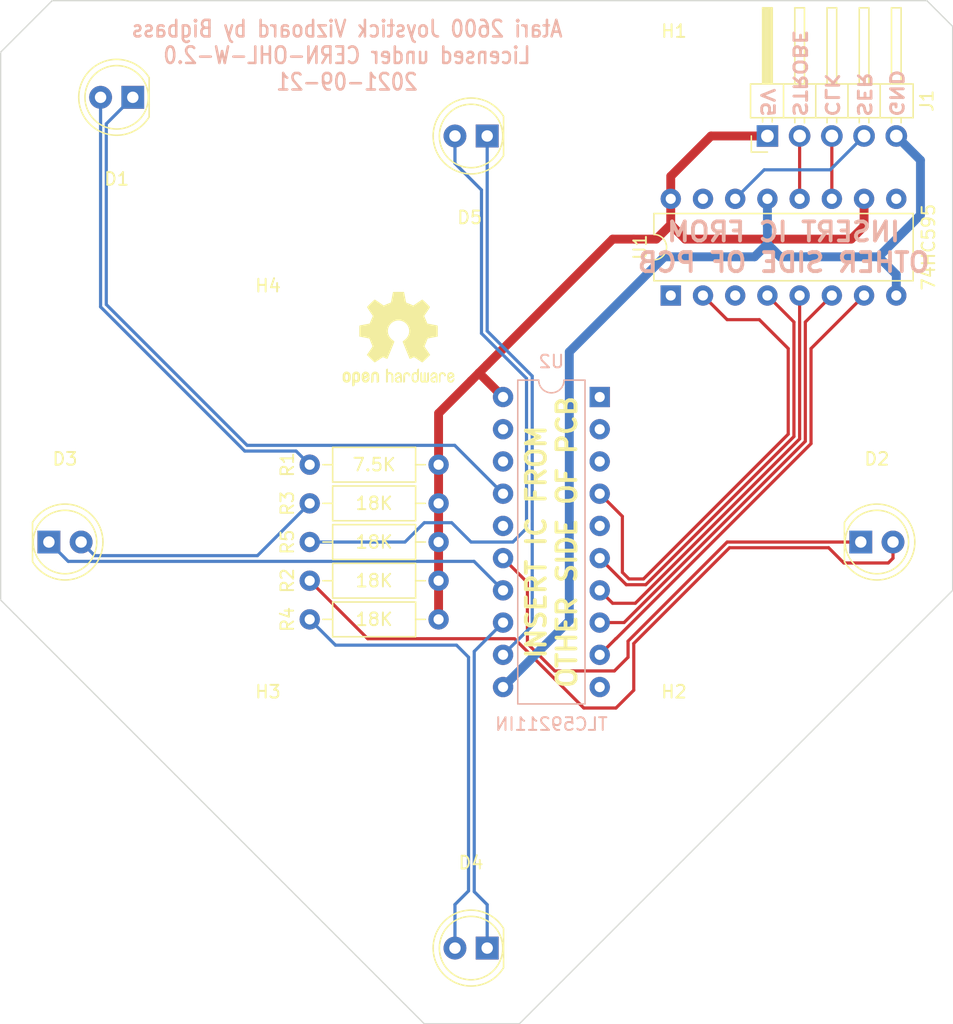
<source format=kicad_pcb>
(kicad_pcb (version 20210824) (generator pcbnew)
  (layers (0 "F.Cu" signal) (31 "B.Cu" signal) (34 "B.Paste" user) (35 "F.Paste" user) (36 "B.SilkS" user "B.Silkscreen") (37 "F.SilkS" user "F.Silkscreen") (38 "B.Mask" user) (39 "F.Mask" user) (44 "Edge.Cuts" user))
  (net 0 "")
  (net 1 "/BUTTON")
  (net 2 "Net-(D1-Pad2)")
  (net 3 "/RIGHT")
  (net 4 "Net-(D2-Pad2)")
  (net 5 "/LEFT")
  (net 6 "Net-(D3-Pad2)")
  (net 7 "/DOWN")
  (net 8 "Net-(D4-Pad2)")
  (net 9 "/UP")
  (net 10 "Net-(D5-Pad2)")
  (net 11 "/5V")
  (net 12 "/STROBE")
  (net 13 "/CLK")
  (net 14 "/SER")
  (net 15 "/GND")
  (net 18 "Net-(U1-Pad2)")
  (net 20 "Net-(U1-Pad4)")
  (net 21 "Net-(U1-Pad5)")
  (net 22 "Net-(U1-Pad6)")
  (net 23 "Net-(U1-Pad7)")
  (footprint "LED_THT:LED_D5.0mm" (layer "F.Cu") (at 223.769 101.727)
    (fp_text reference "D2" (at 1.27 -6.551429) (layer "F.SilkS"))
    (fp_text value "LED_Blue")
    (pad "1" thru_hole rect locked (at 0 0) (size 1.8 1.8) (drill 0.9) (layers *.Cu *.Mask) (net 3 "/RIGHT"))
    (pad "2" thru_hole circle locked (at 2.54 0) (size 1.8 1.8) (drill 0.9) (layers *.Cu *.Mask) (net 4 "Net-(D2-Pad2)"))
  )
  (footprint "Connector_PinHeader_2.54mm:PinHeader_1x05_P2.54mm_Horizontal" (layer "F.Cu") (at 216.408 69.723 90)
    (fp_text reference "J1" (at 2.77 12.568 270) (layer "F.SilkS"))
    (fp_text value "MCU_VIZ")
    (pad "1" thru_hole rect locked (at 0 0 90) (size 1.7 1.7) (drill 1) (layers *.Cu *.Mask) (net 11 "/5V"))
    (pad "2" thru_hole oval locked (at 0 2.54 90) (size 1.7 1.7) (drill 1) (layers *.Cu *.Mask) (net 12 "/STROBE"))
    (pad "3" thru_hole oval locked (at 0 5.08 90) (size 1.7 1.7) (drill 1) (layers *.Cu *.Mask) (net 13 "/CLK"))
    (pad "4" thru_hole oval locked (at 0 7.62 90) (size 1.7 1.7) (drill 1) (layers *.Cu *.Mask) (net 14 "/SER"))
    (pad "5" thru_hole oval locked (at 0 10.16 90) (size 1.7 1.7) (drill 1) (layers *.Cu *.Mask) (net 15 "/GND"))
  )
  (footprint "Package_DIP:DIP-16_W7.62mm" (layer "F.Cu") (at 208.788 82.296 90)
    (fp_text reference "U1" (at 3.81 -2.413 90) (layer "F.SilkS"))
    (fp_text value "74HC595" (at 3.81 20.32 90) (layer "F.SilkS"))
    (pad "1" thru_hole rect locked (at 0 0 90) (size 1.6 1.6) (drill 0.8) (layers *.Cu *.Mask))
    (pad "2" thru_hole oval locked (at 0 2.54 90) (size 1.6 1.6) (drill 0.8) (layers *.Cu *.Mask) (net 18 "Net-(U1-Pad2)"))
    (pad "3" thru_hole oval locked (at 0 5.08 90) (size 1.6 1.6) (drill 0.8) (layers *.Cu *.Mask))
    (pad "4" thru_hole oval locked (at 0 7.62 90) (size 1.6 1.6) (drill 0.8) (layers *.Cu *.Mask) (net 20 "Net-(U1-Pad4)"))
    (pad "5" thru_hole oval locked (at 0 10.16 90) (size 1.6 1.6) (drill 0.8) (layers *.Cu *.Mask) (net 21 "Net-(U1-Pad5)"))
    (pad "6" thru_hole oval locked (at 0 12.7 90) (size 1.6 1.6) (drill 0.8) (layers *.Cu *.Mask) (net 22 "Net-(U1-Pad6)"))
    (pad "7" thru_hole oval locked (at 0 15.24 90) (size 1.6 1.6) (drill 0.8) (layers *.Cu *.Mask) (net 23 "Net-(U1-Pad7)"))
    (pad "8" thru_hole oval locked (at 0 17.78 90) (size 1.6 1.6) (drill 0.8) (layers *.Cu *.Mask) (net 15 "/GND"))
    (pad "9" thru_hole oval locked (at 7.62 17.78 90) (size 1.6 1.6) (drill 0.8) (layers *.Cu *.Mask))
    (pad "10" thru_hole oval locked (at 7.62 15.24 90) (size 1.6 1.6) (drill 0.8) (layers *.Cu *.Mask) (net 11 "/5V"))
    (pad "11" thru_hole oval locked (at 7.62 12.7 90) (size 1.6 1.6) (drill 0.8) (layers *.Cu *.Mask) (net 13 "/CLK"))
    (pad "12" thru_hole oval locked (at 7.62 10.16 90) (size 1.6 1.6) (drill 0.8) (layers *.Cu *.Mask) (net 12 "/STROBE"))
    (pad "13" thru_hole oval locked (at 7.62 7.62 90) (size 1.6 1.6) (drill 0.8) (layers *.Cu *.Mask) (net 15 "/GND"))
    (pad "14" thru_hole oval locked (at 7.62 5.08 90) (size 1.6 1.6) (drill 0.8) (layers *.Cu *.Mask) (net 14 "/SER"))
    (pad "15" thru_hole oval locked (at 7.62 2.54 90) (size 1.6 1.6) (drill 0.8) (layers *.Cu *.Mask))
    (pad "16" thru_hole oval locked (at 7.62 0 90) (size 1.6 1.6) (drill 0.8) (layers *.Cu *.Mask) (net 11 "/5V"))
  )
  (footprint "MountingHole:MountingHole_3.2mm_M3" (layer "F.Cu") (at 177.038 117.729)
    (fp_text reference "H3" (at 0 -4.2) (layer "F.SilkS"))
    (fp_text value "MountingHole")
    (pad "" np_thru_hole circle locked (at 0 0) (size 3.2 3.2) (drill 3.2) (layers *.Cu *.Mask))
  )
  (footprint "Resistor_THT:R_Axial_DIN0207_L6.3mm_D2.5mm_P10.16mm_Horizontal" (layer "F.Cu") (at 180.322684 95.631)
    (fp_text reference "R1" (at -1.760684 0 90) (layer "F.SilkS"))
    (fp_text value "7.5K" (at 5.08 0) (layer "F.SilkS"))
    (pad "1" thru_hole circle locked (at 0 0) (size 1.6 1.6) (drill 0.8) (layers *.Cu *.Mask) (net 2 "Net-(D1-Pad2)"))
    (pad "2" thru_hole oval locked (at 10.16 0) (size 1.6 1.6) (drill 0.8) (layers *.Cu *.Mask) (net 11 "/5V"))
  )
  (footprint "LED_THT:LED_D5.0mm" (layer "F.Cu") (at 166.375 66.675 180)
    (fp_text reference "D1" (at 1.275 -6.437374) (layer "F.SilkS"))
    (fp_text value "LED_Red")
    (pad "1" thru_hole rect locked (at 0 0 180) (size 1.8 1.8) (drill 0.9) (layers *.Cu *.Mask) (net 1 "/BUTTON"))
    (pad "2" thru_hole circle locked (at 2.54 0 180) (size 1.8 1.8) (drill 0.9) (layers *.Cu *.Mask) (net 2 "Net-(D1-Pad2)"))
  )
  (footprint "Symbol:OSHW-Logo2_9.8x8mm_SilkScreen" (layer "F.Cu") (at 187.325 85.725)
    (fp_text reference "REF**" hide)
    (fp_text value "OSHW-Logo2_9.8x8mm_SilkScreen" hide)
  )
  (footprint "LED_THT:LED_D5.0mm" (layer "F.Cu") (at 194.315 133.731 180)
    (fp_text reference "D4" (at 1.275 6.731) (layer "F.SilkS"))
    (fp_text value "LED_Blue")
    (pad "1" thru_hole rect locked (at 0 0 180) (size 1.8 1.8) (drill 0.9) (layers *.Cu *.Mask) (net 7 "/DOWN"))
    (pad "2" thru_hole circle locked (at 2.54 0 180) (size 1.8 1.8) (drill 0.9) (layers *.Cu *.Mask) (net 8 "Net-(D4-Pad2)"))
  )
  (footprint "Resistor_THT:R_Axial_DIN0207_L6.3mm_D2.5mm_P10.16mm_Horizontal" (layer "F.Cu") (at 180.322684 107.823)
    (fp_text reference "R4" (at -1.760684 0 90) (layer "F.SilkS"))
    (fp_text value "18K" (at 5.08 0) (layer "F.SilkS"))
    (pad "1" thru_hole circle locked (at 0 0) (size 1.6 1.6) (drill 0.8) (layers *.Cu *.Mask) (net 8 "Net-(D4-Pad2)"))
    (pad "2" thru_hole oval locked (at 10.16 0) (size 1.6 1.6) (drill 0.8) (layers *.Cu *.Mask) (net 11 "/5V"))
  )
  (footprint "MountingHole:MountingHole_3.2mm_M3" (layer "F.Cu") (at 209.042 117.729)
    (fp_text reference "H2" (at 0 -4.2) (layer "F.SilkS"))
    (fp_text value "MountingHole")
    (pad "" np_thru_hole circle locked (at 0 0) (size 3.2 3.2) (drill 3.2) (layers *.Cu *.Mask))
  )
  (footprint "Resistor_THT:R_Axial_DIN0207_L6.3mm_D2.5mm_P10.16mm_Horizontal" (layer "F.Cu") (at 180.322684 104.775)
    (fp_text reference "R2" (at -1.760684 0 90) (layer "F.SilkS"))
    (fp_text value "18K" (at 5.08 0) (layer "F.SilkS"))
    (pad "1" thru_hole circle locked (at 0 0) (size 1.6 1.6) (drill 0.8) (layers *.Cu *.Mask) (net 4 "Net-(D2-Pad2)"))
    (pad "2" thru_hole oval locked (at 10.16 0) (size 1.6 1.6) (drill 0.8) (layers *.Cu *.Mask) (net 11 "/5V"))
  )
  (footprint "Resistor_THT:R_Axial_DIN0207_L6.3mm_D2.5mm_P10.16mm_Horizontal" (layer "F.Cu") (at 180.322684 98.679)
    (fp_text reference "R3" (at -1.760684 0 90) (layer "F.SilkS"))
    (fp_text value "18K" (at 5.08 0) (layer "F.SilkS"))
    (pad "1" thru_hole circle locked (at 0 0) (size 1.6 1.6) (drill 0.8) (layers *.Cu *.Mask) (net 6 "Net-(D3-Pad2)"))
    (pad "2" thru_hole oval locked (at 10.16 0) (size 1.6 1.6) (drill 0.8) (layers *.Cu *.Mask) (net 11 "/5V"))
  )
  (footprint "Resistor_THT:R_Axial_DIN0207_L6.3mm_D2.5mm_P10.16mm_Horizontal" (layer "F.Cu") (at 180.322684 101.727)
    (fp_text reference "R5" (at -1.760684 0 90) (layer "F.SilkS"))
    (fp_text value "18K" (at 5.08 0) (layer "F.SilkS"))
    (pad "1" thru_hole circle locked (at 0 0) (size 1.6 1.6) (drill 0.8) (layers *.Cu *.Mask) (net 10 "Net-(D5-Pad2)"))
    (pad "2" thru_hole oval locked (at 10.16 0) (size 1.6 1.6) (drill 0.8) (layers *.Cu *.Mask) (net 11 "/5V"))
  )
  (footprint "LED_THT:LED_D5.0mm" (layer "F.Cu") (at 194.315 69.723 180)
    (fp_text reference "D5" (at 1.374693 -6.425593) (layer "F.SilkS"))
    (fp_text value "LED_Blue")
    (pad "1" thru_hole rect locked (at 0 0 180) (size 1.8 1.8) (drill 0.9) (layers *.Cu *.Mask) (net 9 "/UP"))
    (pad "2" thru_hole circle locked (at 2.54 0 180) (size 1.8 1.8) (drill 0.9) (layers *.Cu *.Mask) (net 10 "Net-(D5-Pad2)"))
  )
  (footprint "MountingHole:MountingHole_3.2mm_M3" (layer "F.Cu") (at 209.042 65.659)
    (fp_text reference "H1" (at 0 -4.2) (layer "F.SilkS"))
    (fp_text value "MountingHole")
    (pad "" np_thru_hole circle locked (at 0 0) (size 3.2 3.2) (drill 3.2) (layers *.Cu *.Mask))
  )
  (footprint "LED_THT:LED_D5.0mm" (layer "F.Cu") (at 159.761 101.727)
    (fp_text reference "D3" (at 1.27 -6.551429) (layer "F.SilkS"))
    (fp_text value "LED_Blue")
    (pad "1" thru_hole rect locked (at 0 0) (size 1.8 1.8) (drill 0.9) (layers *.Cu *.Mask) (net 5 "/LEFT"))
    (pad "2" thru_hole circle locked (at 2.54 0) (size 1.8 1.8) (drill 0.9) (layers *.Cu *.Mask) (net 6 "Net-(D3-Pad2)"))
  )
  (footprint "MountingHole:MountingHole_3.2mm_M3" (layer "F.Cu") (at 177.038 85.725)
    (fp_text reference "H4" (at 0 -4.2) (layer "F.SilkS"))
    (fp_text value "MountingHole")
    (pad "" np_thru_hole circle locked (at 0 0) (size 3.2 3.2) (drill 3.2) (layers *.Cu *.Mask))
  )
  (footprint "Package_DIP:DIP-20_W7.62mm" (layer "B.Cu") (at 203.186804 90.297 180)
    (fp_text reference "U2" (at 3.81 2.794) (layer "B.SilkS") (effects (justify mirror)))
    (fp_text value "TLC59211IN" (at 3.81 -25.781) (layer "B.SilkS") (effects (justify mirror)))
    (pad "1" thru_hole rect locked (at 0 0 180) (size 1.6 1.6) (drill 0.8) (layers *.Cu *.Mask))
    (pad "2" thru_hole oval locked (at 0 -2.54 180) (size 1.6 1.6) (drill 0.8) (layers *.Cu *.Mask))
    (pad "3" thru_hole oval locked (at 0 -5.08 180) (size 1.6 1.6) (drill 0.8) (layers *.Cu *.Mask))
    (pad "4" thru_hole oval locked (at 0 -7.62 180) (size 1.6 1.6) (drill 0.8) (layers *.Cu *.Mask) (net 18 "Net-(U1-Pad2)"))
    (pad "5" thru_hole oval locked (at 0 -10.16 180) (size 1.6 1.6) (drill 0.8) (layers *.Cu *.Mask))
    (pad "6" thru_hole oval locked (at 0 -12.7 180) (size 1.6 1.6) (drill 0.8) (layers *.Cu *.Mask) (net 20 "Net-(U1-Pad4)"))
    (pad "7" thru_hole oval locked (at 0 -15.24 180) (size 1.6 1.6) (drill 0.8) (layers *.Cu *.Mask) (net 21 "Net-(U1-Pad5)"))
    (pad "8" thru_hole oval locked (at 0 -17.78 180) (size 1.6 1.6) (drill 0.8) (layers *.Cu *.Mask) (net 22 "Net-(U1-Pad6)"))
    (pad "9" thru_hole oval locked (at 0 -20.32 180) (size 1.6 1.6) (drill 0.8) (layers *.Cu *.Mask) (net 23 "Net-(U1-Pad7)"))
    (pad "10" thru_hole oval locked (at 0 -22.86 180) (size 1.6 1.6) (drill 0.8) (layers *.Cu *.Mask))
    (pad "11" thru_hole oval locked (at 7.62 -22.86 180) (size 1.6 1.6) (drill 0.8) (layers *.Cu *.Mask) (net 15 "/GND"))
    (pad "12" thru_hole oval locked (at 7.62 -20.32 180) (size 1.6 1.6) (drill 0.8) (layers *.Cu *.Mask) (net 9 "/UP"))
    (pad "13" thru_hole oval locked (at 7.62 -17.78 180) (size 1.6 1.6) (drill 0.8) (layers *.Cu *.Mask) (net 7 "/DOWN"))
    (pad "14" thru_hole oval locked (at 7.62 -15.24 180) (size 1.6 1.6) (drill 0.8) (layers *.Cu *.Mask) (net 5 "/LEFT"))
    (pad "15" thru_hole oval locked (at 7.62 -12.7 180) (size 1.6 1.6) (drill 0.8) (layers *.Cu *.Mask) (net 3 "/RIGHT"))
    (pad "16" thru_hole oval locked (at 7.62 -10.16 180) (size 1.6 1.6) (drill 0.8) (layers *.Cu *.Mask))
    (pad "17" thru_hole oval locked (at 7.62 -7.62 180) (size 1.6 1.6) (drill 0.8) (layers *.Cu *.Mask) (net 1 "/BUTTON"))
    (pad "18" thru_hole oval locked (at 7.62 -5.08 180) (size 1.6 1.6) (drill 0.8) (layers *.Cu *.Mask))
    (pad "19" thru_hole oval locked (at 7.62 -2.54 180) (size 1.6 1.6) (drill 0.8) (layers *.Cu *.Mask))
    (pad "20" thru_hole oval locked (at 7.62 0 180) (size 1.6 1.6) (drill 0.8) (layers *.Cu *.Mask) (net 11 "/5V"))
  )
  (gr_line (start 196.85 139.7) (end 231.013 105.537) (layer "Edge.Cuts") (width 0.1))
  (gr_line (start 189.357 139.7) (end 155.956 106.299) (layer "Edge.Cuts") (width 0.1))
  (gr_line (start 160.02 59.055) (end 155.956 63.119) (layer "Edge.Cuts") (width 0.1))
  (gr_line (start 155.956 63.119) (end 155.956 106.299) (layer "Edge.Cuts") (width 0.1))
  (gr_line (start 231.013 105.537) (end 231.013 61.087) (layer "Edge.Cuts") (width 0.1))
  (gr_line (start 231.013 61.087) (end 228.981 59.055) (layer "Edge.Cuts") (width 0.1))
  (gr_line (start 189.357 139.7) (end 196.85 139.7) (layer "Edge.Cuts") (width 0.1))
  (gr_line (start 228.981 59.055) (end 160.02 59.055) (layer "Edge.Cuts") (width 0.1))
  (gr_text "CLK" (at 221.488 68.326 -90) (layer "B.SilkS") (effects (font (size 1 1.2) (thickness 0.225)) (justify left mirror)))
  (gr_text "STROBE" (at 218.948 68.326 -90) (layer "B.SilkS") (effects (font (size 1 1.2) (thickness 0.225)) (justify left mirror)))
  (gr_text "5V" (at 216.408 68.326 270) (layer "B.SilkS") (effects (font (size 1 1.2) (thickness 0.225)) (justify left mirror)))
  (gr_text "INSERT IC FROM\nOTHER SIDE OF PCB" (at 217.678 78.486) (layer "B.SilkS") (effects (font (size 1.5 1.5) (thickness 0.3)) (justify mirror)))
  (gr_text "GND" (at 226.568 68.326 -90) (layer "B.SilkS") (effects (font (size 1 1.2) (thickness 0.225)) (justify left mirror)))
  (gr_text "SER" (at 224.028 68.326 -90) (layer "B.SilkS") (effects (font (size 1 1.2) (thickness 0.225)) (justify left mirror)))
  (gr_text "Atari 2600 Joystick Vizboard by Bigbass\nLicensed under CERN-OHL-W-2.0\n2021-09-21" (at 183.261 63.373) (layer "B.SilkS") (effects (font (size 1.3 1.1) (thickness 0.2)) (justify mirror)))
  (gr_text "INSERT IC FROM\nOTHER SIDE OF PCB" (at 199.39 101.727 90) (layer "F.SilkS") (effects (font (size 1.5 1.5) (thickness 0.3))))
  (segment (start 175.387718 94.107) (end 164.28452 83.003802) (width 0.25) (layer "B.Cu") (net 1))
  (segment (start 195.566804 97.917) (end 191.756804 94.107) (width 0.25) (layer "B.Cu") (net 1))
  (segment (start 164.28452 83.003802) (end 164.28452 68.76548) (width 0.25) (layer "B.Cu") (net 1))
  (segment (start 191.756804 94.107) (end 175.387718 94.107) (width 0.25) (layer "B.Cu") (net 1))
  (segment (start 164.28452 68.76548) (end 166.375 66.675) (width 0.25) (layer "B.Cu") (net 1))
  (segment (start 163.835 83.19) (end 175.20152 94.55652) (width 0.25) (layer "B.Cu") (net 2))
  (segment (start 175.20152 94.55652) (end 179.248204 94.55652) (width 0.25) (layer "B.Cu") (net 2))
  (segment (start 163.835 66.675) (end 163.835 83.19) (width 0.25) (layer "B.Cu") (net 2))
  (segment (start 179.248204 94.55652) (end 180.322684 95.631) (width 0.25) (layer "B.Cu") (net 2))
  (segment (start 213.232283 101.727) (end 223.769 101.727) (width 0.25) (layer "F.Cu") (net 3))
  (segment (start 195.566804 102.997) (end 197.485 104.915196) (width 0.25) (layer "F.Cu") (net 3))
  (segment (start 204.343 111.887) (end 205.421281 110.808719) (width 0.25) (layer "F.Cu") (net 3))
  (segment (start 197.485 109.727282) (end 199.644718 111.887) (width 0.25) (layer "F.Cu") (net 3))
  (segment (start 205.421281 110.808719) (end 205.421281 109.538001) (width 0.25) (layer "F.Cu") (net 3))
  (segment (start 205.421281 109.538001) (end 213.232283 101.727) (width 0.25) (layer "F.Cu") (net 3))
  (segment (start 199.644718 111.887) (end 204.343 111.887) (width 0.25) (layer "F.Cu") (net 3))
  (segment (start 197.485 104.915196) (end 197.485 109.727282) (width 0.25) (layer "F.Cu") (net 3))
  (segment (start 204.47 114.808) (end 205.870801 113.407199) (width 0.25) (layer "F.Cu") (net 4))
  (segment (start 184.894684 109.347) (end 196.469 109.347) (width 0.25) (layer "F.Cu") (net 4))
  (segment (start 205.870801 113.407199) (end 205.870801 109.724199) (width 0.25) (layer "F.Cu") (net 4))
  (segment (start 225.933 103.378) (end 226.309 103.002) (width 0.25) (layer "F.Cu") (net 4))
  (segment (start 226.309 103.002) (end 226.309 101.727) (width 0.25) (layer "F.Cu") (net 4))
  (segment (start 205.870801 109.724199) (end 213.41848 102.17652) (width 0.25) (layer "F.Cu") (net 4))
  (segment (start 221.234 102.17652) (end 222.43548 103.378) (width 0.25) (layer "F.Cu") (net 4))
  (segment (start 213.41848 102.17652) (end 221.234 102.17652) (width 0.25) (layer "F.Cu") (net 4))
  (segment (start 201.93 114.808) (end 204.47 114.808) (width 0.25) (layer "F.Cu") (net 4))
  (segment (start 222.43548 103.378) (end 225.933 103.378) (width 0.25) (layer "F.Cu") (net 4))
  (segment (start 196.469 109.347) (end 201.93 114.808) (width 0.25) (layer "F.Cu") (net 4))
  (segment (start 180.322684 104.775) (end 184.894684 109.347) (width 0.25) (layer "F.Cu") (net 4))
  (segment (start 161.285 103.251) (end 159.761 101.727) (width 0.25) (layer "B.Cu") (net 5))
  (segment (start 195.566804 105.537) (end 193.280804 103.251) (width 0.25) (layer "B.Cu") (net 5))
  (segment (start 193.280804 103.251) (end 161.285 103.251) (width 0.25) (layer "B.Cu") (net 5))
  (segment (start 162.301 101.727) (end 163.37548 102.80148) (width 0.25) (layer "B.Cu") (net 6))
  (segment (start 163.37548 102.80148) (end 176.200204 102.80148) (width 0.25) (layer "B.Cu") (net 6))
  (segment (start 176.200204 102.80148) (end 180.322684 98.679) (width 0.25) (layer "B.Cu") (net 6))
  (segment (start 193.294 129.286) (end 193.294 110.349804) (width 0.25) (layer "B.Cu") (net 7))
  (segment (start 193.294 110.349804) (end 195.566804 108.077) (width 0.25) (layer "B.Cu") (net 7))
  (segment (start 194.315 133.731) (end 194.315 130.307) (width 0.25) (layer "B.Cu") (net 7))
  (segment (start 194.315 130.307) (end 193.294 129.286) (width 0.25) (layer "B.Cu") (net 7))
  (segment (start 191.775 130.297) (end 192.84448 129.22752) (width 0.25) (layer "B.Cu") (net 8))
  (segment (start 191.897 109.855) (end 182.354684 109.855) (width 0.25) (layer "B.Cu") (net 8))
  (segment (start 191.775 133.731) (end 191.775 130.297) (width 0.25) (layer "B.Cu") (net 8))
  (segment (start 192.84448 110.80248) (end 191.897 109.855) (width 0.25) (layer "B.Cu") (net 8))
  (segment (start 182.354684 109.855) (end 180.322684 107.823) (width 0.25) (layer "B.Cu") (net 8))
  (segment (start 192.84448 129.22752) (end 192.84448 110.80248) (width 0.25) (layer "B.Cu") (net 8))
  (segment (start 197.866 88.646) (end 194.315 85.095) (width 0.25) (layer "B.Cu") (net 9))
  (segment (start 195.566804 110.617) (end 197.866 108.317804) (width 0.25) (layer "B.Cu") (net 9))
  (segment (start 197.866 108.317804) (end 197.866 88.646) (width 0.25) (layer "B.Cu") (net 9))
  (segment (start 194.315 85.095) (end 194.315 69.723) (width 0.25) (layer "B.Cu") (net 9))
  (segment (start 187.833 101.727) (end 189.357 100.203) (width 0.25) (layer "B.Cu") (net 10))
  (segment (start 180.322684 101.727) (end 187.833 101.727) (width 0.25) (layer "B.Cu") (net 10))
  (segment (start 193.86548 73.97748) (end 191.775 71.887) (width 0.25) (layer "B.Cu") (net 10))
  (segment (start 193.04 101.727) (end 196.342 101.727) (width 0.25) (layer "B.Cu") (net 10))
  (segment (start 193.86548 85.281197) (end 193.86548 73.97748) (width 0.25) (layer "B.Cu") (net 10))
  (segment (start 191.516 100.203) (end 193.04 101.727) (width 0.25) (layer "B.Cu") (net 10))
  (segment (start 189.357 100.203) (end 191.516 100.203) (width 0.25) (layer "B.Cu") (net 10))
  (segment (start 197.41648 100.65252) (end 197.41648 88.832198) (width 0.25) (layer "B.Cu") (net 10))
  (segment (start 196.342 101.727) (end 197.41648 100.65252) (width 0.25) (layer "B.Cu") (net 10))
  (segment (start 191.775 71.887) (end 191.775 69.723) (width 0.25) (layer "B.Cu") (net 10))
  (segment (start 197.41648 88.832198) (end 193.86548 85.281197) (width 0.25) (layer "B.Cu") (net 10))
  (segment (start 190.482684 107.823) (end 190.482684 104.775) (width 0.7) (layer "F.Cu") (net 11))
  (segment (start 193.04 89.027) (end 193.675 88.392) (width 0.7) (layer "F.Cu") (net 11))
  (segment (start 193.675 88.405196) (end 193.675 88.392) (width 0.7) (layer "F.Cu") (net 11))
  (segment (start 208.788 72.898) (end 208.788 74.676) (width 0.7) (layer "F.Cu") (net 11))
  (segment (start 190.482684 104.775) (end 190.482684 101.727) (width 0.7) (layer "F.Cu") (net 11))
  (segment (start 208.788 76.708) (end 209.931 77.851) (width 0.7) (layer "F.Cu") (net 11))
  (segment (start 224.028 74.676) (end 224.028 76.835) (width 0.7) (layer "F.Cu") (net 11))
  (segment (start 205.867 77.851) (end 204.216 77.851) (width 0.7) (layer "F.Cu") (net 11))
  (segment (start 224.028 76.835) (end 223.012 77.851) (width 0.7) (layer "F.Cu") (net 11))
  (segment (start 223.012 77.851) (end 209.931 77.851) (width 0.7) (layer "F.Cu") (net 11))
  (segment (start 211.963 69.723) (end 208.788 72.898) (width 0.7) (layer "F.Cu") (net 11))
  (segment (start 190.482684 101.727) (end 190.482684 98.679) (width 0.7) (layer "F.Cu") (net 11))
  (segment (start 195.566804 90.297) (end 193.675 88.405196) (width 0.7) (layer "F.Cu") (net 11))
  (segment (start 208.788 76.581) (end 208.788 76.708) (width 0.7) (layer "F.Cu") (net 11))
  (segment (start 205.867 77.851) (end 207.645 77.851) (width 0.7) (layer "F.Cu") (net 11))
  (segment (start 190.482684 91.584316) (end 193.04 89.027) (width 0.7) (layer "F.Cu") (net 11))
  (segment (start 208.788 76.581) (end 208.788 74.676) (width 0.7) (layer "F.Cu") (net 11))
  (segment (start 207.645 77.851) (end 208.788 76.708) (width 0.7) (layer "F.Cu") (net 11))
  (segment (start 190.482684 98.679) (end 190.482684 95.631) (width 0.7) (layer "F.Cu") (net 11))
  (segment (start 204.216 77.851) (end 194.296804 87.770196) (width 0.7) (layer "F.Cu") (net 11))
  (segment (start 190.482684 95.631) (end 190.482684 91.584316) (width 0.7) (layer "F.Cu") (net 11))
  (segment (start 216.408 69.723) (end 211.963 69.723) (width 0.7) (layer "F.Cu") (net 11))
  (segment (start 193.675 88.392) (end 194.296804 87.770196) (width 0.7) (layer "F.Cu") (net 11))
  (segment (start 218.948 74.676) (end 218.948 69.723) (width 0.25) (layer "F.Cu") (net 12))
  (segment (start 221.488 69.723) (end 221.488 74.676) (width 0.25) (layer "F.Cu") (net 13))
  (segment (start 213.868 74.676) (end 216.154 72.39) (width 0.25) (layer "B.Cu") (net 14))
  (segment (start 216.154 72.39) (end 221.361 72.39) (width 0.25) (layer "B.Cu") (net 14))
  (segment (start 221.361 72.39) (end 224.028 69.723) (width 0.25) (layer "B.Cu") (net 14))
  (segment (start 217.424 79.248) (end 219.456 79.248) (width 0.7) (layer "B.Cu") (net 15))
  (segment (start 216.408 78.232) (end 217.424 79.248) (width 0.7) (layer "B.Cu") (net 15))
  (segment (start 226.568 82.296) (end 226.568 80.645) (width 0.7) (layer "B.Cu") (net 15))
  (segment (start 195.566804 113.157) (end 200.787 107.936804) (width 0.7) (layer "B.Cu") (net 15))
  (segment (start 226.568 80.645) (end 225.171 79.248) (width 0.7) (layer "B.Cu") (net 15))
  (segment (start 216.408 76.835) (end 216.408 74.676) (width 0.7) (layer "B.Cu") (net 15))
  (segment (start 216.408 78.232) (end 216.408 76.835) (width 0.7) (layer "B.Cu") (net 15))
  (segment (start 215.392 79.248) (end 216.408 78.232) (width 0.7) (layer "B.Cu") (net 15))
  (segment (start 200.787 86.741) (end 208.28 79.248) (width 0.7) (layer "B.Cu") (net 15))
  (segment (start 225.171 79.248) (end 219.456 79.248) (width 0.7) (layer "B.Cu") (net 15))
  (segment (start 208.28 79.248) (end 215.392 79.248) (width 0.7) (layer "B.Cu") (net 15))
  (segment (start 200.787 107.936804) (end 200.787 86.741) (width 0.7) (layer "B.Cu") (net 15))
  (segment (start 228.473 71.628) (end 226.568 69.723) (width 0.7) (layer "B.Cu") (net 15))
  (segment (start 225.171 79.248) (end 228.473 75.946) (width 0.7) (layer "B.Cu") (net 15))
  (segment (start 228.473 75.946) (end 228.473 71.628) (width 0.7) (layer "B.Cu") (net 15))
  (segment (start 213.233 84.201) (end 211.328 82.296) (width 0.25) (layer "F.Cu") (net 18))
  (segment (start 203.186804 97.917) (end 204.971761 99.701957) (width 0.25) (layer "F.Cu") (net 18))
  (segment (start 205.49604 104.63796) (end 206.636168 104.63796) (width 0.25) (layer "F.Cu") (net 18))
  (segment (start 204.971761 104.113681) (end 205.49604 104.63796) (width 0.25) (layer "F.Cu") (net 18))
  (segment (start 218.04896 93.225168) (end 218.04896 86.47696) (width 0.25) (layer "F.Cu") (net 18))
  (segment (start 206.636168 104.63796) (end 218.04896 93.225168) (width 0.25) (layer "F.Cu") (net 18))
  (segment (start 204.971761 99.701957) (end 204.971761 104.113681) (width 0.25) (layer "F.Cu") (net 18))
  (segment (start 215.773 84.201) (end 213.233 84.201) (width 0.25) (layer "F.Cu") (net 18))
  (segment (start 218.04896 86.47696) (end 215.773 84.201) (width 0.25) (layer "F.Cu") (net 18))
  (segment (start 206.818423 105.091423) (end 218.49848 93.411366) (width 0.25) (layer "F.Cu") (net 20))
  (segment (start 203.186804 102.997) (end 205.281227 105.091423) (width 0.25) (layer "F.Cu") (net 20))
  (segment (start 218.49848 93.411366) (end 218.49848 84.38648) (width 0.25) (layer "F.Cu") (net 20))
  (segment (start 218.49848 84.38648) (end 216.408 82.296) (width 0.25) (layer "F.Cu") (net 20))
  (segment (start 205.281227 105.091423) (end 206.818423 105.091423) (width 0.25) (layer "F.Cu") (net 20))
  (segment (start 218.948 93.597564) (end 218.948 82.296) (width 0.25) (layer "F.Cu") (net 21))
  (segment (start 205.992564 106.553) (end 218.948 93.597564) (width 0.25) (layer "F.Cu") (net 21))
  (segment (start 203.186804 105.537) (end 204.202804 106.553) (width 0.25) (layer "F.Cu") (net 21))
  (segment (start 204.202804 106.553) (end 205.992564 106.553) (width 0.25) (layer "F.Cu") (net 21))
  (segment (start 219.39752 84.38648) (end 221.488 82.296) (width 0.25) (layer "F.Cu") (net 22))
  (segment (start 219.39752 93.783762) (end 219.39752 84.38648) (width 0.25) (layer "F.Cu") (net 22))
  (segment (start 205.104282 108.077) (end 219.39752 93.783762) (width 0.25) (layer "F.Cu") (net 22))
  (segment (start 203.186804 108.077) (end 205.104282 108.077) (width 0.25) (layer "F.Cu") (net 22))
  (segment (start 203.186804 110.617) (end 204.463402 109.340402) (width 0.25) (layer "F.Cu") (net 23))
  (segment (start 204.476598 109.340402) (end 219.84704 93.96996) (width 0.25) (layer "F.Cu") (net 23))
  (segment (start 219.84704 93.96996) (end 219.84704 86.47696) (width 0.25) (layer "F.Cu") (net 23))
  (segment (start 219.84704 86.47696) (end 224.028 82.296) (width 0.25) (layer "F.Cu") (net 23))
  (segment (start 204.463402 109.340402) (end 204.476598 109.340402) (width 0.25) (layer "F.Cu") (net 23))
)
</source>
